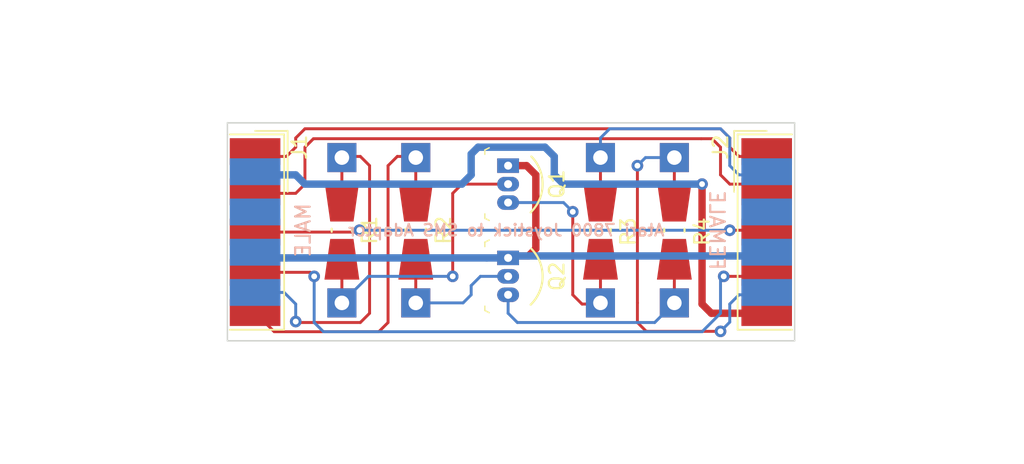
<source format=kicad_pcb>
(kicad_pcb (version 20171130) (host pcbnew "(5.1.9)-1")

  (general
    (thickness 1.6)
    (drawings 7)
    (tracks 130)
    (zones 0)
    (modules 8)
    (nets 17)
  )

  (page A4)
  (layers
    (0 F.Cu signal)
    (31 B.Cu signal)
    (32 B.Adhes user)
    (33 F.Adhes user)
    (34 B.Paste user)
    (35 F.Paste user)
    (36 B.SilkS user)
    (37 F.SilkS user)
    (38 B.Mask user)
    (39 F.Mask user)
    (40 Dwgs.User user)
    (41 Cmts.User user)
    (42 Eco1.User user)
    (43 Eco2.User user)
    (44 Edge.Cuts user)
    (45 Margin user)
    (46 B.CrtYd user)
    (47 F.CrtYd user)
    (48 B.Fab user)
    (49 F.Fab user)
  )

  (setup
    (last_trace_width 0.2)
    (user_trace_width 0.2)
    (user_trace_width 0.508)
    (trace_clearance 0.2)
    (zone_clearance 0.508)
    (zone_45_only no)
    (trace_min 0.2)
    (via_size 0.8)
    (via_drill 0.4)
    (via_min_size 0.4)
    (via_min_drill 0.3)
    (uvia_size 0.3)
    (uvia_drill 0.1)
    (uvias_allowed no)
    (uvia_min_size 0.2)
    (uvia_min_drill 0.1)
    (edge_width 0.05)
    (segment_width 0.2)
    (pcb_text_width 0.3)
    (pcb_text_size 1.5 1.5)
    (mod_edge_width 0.12)
    (mod_text_size 1 1)
    (mod_text_width 0.15)
    (pad_size 1.524 1.524)
    (pad_drill 0.762)
    (pad_to_mask_clearance 0)
    (aux_axis_origin 0 0)
    (visible_elements 7FFFFFFF)
    (pcbplotparams
      (layerselection 0x010fc_ffffffff)
      (usegerberextensions false)
      (usegerberattributes true)
      (usegerberadvancedattributes true)
      (creategerberjobfile true)
      (excludeedgelayer true)
      (linewidth 0.100000)
      (plotframeref false)
      (viasonmask false)
      (mode 1)
      (useauxorigin false)
      (hpglpennumber 1)
      (hpglpenspeed 20)
      (hpglpendiameter 15.000000)
      (psnegative false)
      (psa4output false)
      (plotreference true)
      (plotvalue true)
      (plotinvisibletext false)
      (padsonsilk false)
      (subtractmaskfromsilk false)
      (outputformat 1)
      (mirror false)
      (drillshape 1)
      (scaleselection 1)
      (outputdirectory ""))
  )

  (net 0 "")
  (net 1 /L_FIRE)
  (net 2 GND)
  (net 3 "Net-(J1-Pad7)")
  (net 4 /Vcc)
  (net 5 /R_FIRE)
  (net 6 /RIGHT)
  (net 7 /LEFT)
  (net 8 /DOWN)
  (net 9 /UP)
  (net 10 /FIRE2)
  (net 11 "Net-(J2-Pad7)")
  (net 12 /FIRE1)
  (net 13 "Net-(Q1-Pad2)")
  (net 14 "Net-(Q2-Pad2)")
  (net 15 "Net-(Q1-Pad3)")
  (net 16 "Net-(Q2-Pad3)")

  (net_class Default "This is the default net class."
    (clearance 0.2)
    (trace_width 0.25)
    (via_dia 0.8)
    (via_drill 0.4)
    (uvia_dia 0.3)
    (uvia_drill 0.1)
  )

  (net_class Power ""
    (clearance 0.2)
    (trace_width 0.508)
    (via_dia 0.8)
    (via_drill 0.4)
    (uvia_dia 0.3)
    (uvia_drill 0.1)
    (add_net /Vcc)
    (add_net GND)
  )

  (net_class Signal ""
    (clearance 0.2)
    (trace_width 0.2)
    (via_dia 0.8)
    (via_drill 0.4)
    (uvia_dia 0.3)
    (uvia_drill 0.1)
    (add_net /DOWN)
    (add_net /FIRE1)
    (add_net /FIRE2)
    (add_net /LEFT)
    (add_net /L_FIRE)
    (add_net /RIGHT)
    (add_net /R_FIRE)
    (add_net /UP)
    (add_net "Net-(J1-Pad7)")
    (add_net "Net-(J2-Pad7)")
    (add_net "Net-(Q1-Pad2)")
    (add_net "Net-(Q1-Pad3)")
    (add_net "Net-(Q2-Pad2)")
    (add_net "Net-(Q2-Pad3)")
  )

  (module digikey-footprints:TO-92-3 (layer F.Cu) (tedit 5AF9CDD1) (tstamp 606BAEFB)
    (at 114.3 74.295 270)
    (descr http://www.ti.com/lit/ds/symlink/tl431a.pdf)
    (path /606C3D5B)
    (fp_text reference Q2 (at 1.27 -3.35 90) (layer F.SilkS)
      (effects (font (size 1 1) (thickness 0.15)))
    )
    (fp_text value 2N4401 (at 1.27 2.5 90) (layer F.Fab)
      (effects (font (size 1 1) (thickness 0.15)))
    )
    (fp_text user %R (at 1.27 -1.25 270) (layer F.Fab)
      (effects (font (size 0.75 0.75) (thickness 0.15)))
    )
    (fp_arc (start 1.27 0.3) (end -1.33 0.3) (angle 90) (layer F.Fab) (width 0.15))
    (fp_arc (start 1.27 0.3) (end -1.03 1.5) (angle 235) (layer F.Fab) (width 0.15))
    (fp_arc (start 1.27 0.35) (end -0.63 -1.6) (angle 90) (layer F.SilkS) (width 0.15))
    (fp_line (start 3.57 1.5) (end -1.03 1.5) (layer F.Fab) (width 0.15))
    (fp_line (start -1.63 -2.5) (end 4.17 -2.5) (layer F.CrtYd) (width 0.05))
    (fp_line (start -1.63 1.75) (end 4.17 1.75) (layer F.CrtYd) (width 0.05))
    (fp_line (start -1.63 1.75) (end -1.63 -2.5) (layer F.CrtYd) (width 0.05))
    (fp_line (start 4.17 1.75) (end 4.17 -2.5) (layer F.CrtYd) (width 0.05))
    (fp_line (start 3.62 1.6) (end 3.77 1.3) (layer F.SilkS) (width 0.1))
    (fp_line (start 3.62 1.6) (end 3.32 1.6) (layer F.SilkS) (width 0.1))
    (fp_line (start -0.78 1.6) (end -1.08 1.6) (layer F.SilkS) (width 0.1))
    (fp_line (start -1.08 1.6) (end -1.23 1.3) (layer F.SilkS) (width 0.1))
    (pad 1 thru_hole rect (at 0 0 90) (size 1 1.5) (drill 0.55) (layers *.Cu *.Mask)
      (net 2 GND))
    (pad 3 thru_hole oval (at 2.54 0 90) (size 1 1.5) (drill 0.55) (layers *.Cu *.Mask)
      (net 16 "Net-(Q2-Pad3)"))
    (pad 2 thru_hole oval (at 1.27 0 90) (size 1 1.5) (drill 0.55) (layers *.Cu *.Mask)
      (net 14 "Net-(Q2-Pad2)"))
  )

  (module digikey-footprints:TO-92-3 (layer F.Cu) (tedit 5AF9CDD1) (tstamp 606BAEE7)
    (at 114.3 67.945 270)
    (descr http://www.ti.com/lit/ds/symlink/tl431a.pdf)
    (path /606C38C9)
    (fp_text reference Q1 (at 1.27 -3.35 90) (layer F.SilkS)
      (effects (font (size 1 1) (thickness 0.15)))
    )
    (fp_text value 2N4401 (at 1.27 2.5 90) (layer F.Fab)
      (effects (font (size 1 1) (thickness 0.15)))
    )
    (fp_text user %R (at 1.27 -1.25 270) (layer F.Fab)
      (effects (font (size 0.75 0.75) (thickness 0.15)))
    )
    (fp_arc (start 1.27 0.3) (end -1.33 0.3) (angle 90) (layer F.Fab) (width 0.15))
    (fp_arc (start 1.27 0.3) (end -1.03 1.5) (angle 235) (layer F.Fab) (width 0.15))
    (fp_arc (start 1.27 0.35) (end -0.63 -1.6) (angle 90) (layer F.SilkS) (width 0.15))
    (fp_line (start 3.57 1.5) (end -1.03 1.5) (layer F.Fab) (width 0.15))
    (fp_line (start -1.63 -2.5) (end 4.17 -2.5) (layer F.CrtYd) (width 0.05))
    (fp_line (start -1.63 1.75) (end 4.17 1.75) (layer F.CrtYd) (width 0.05))
    (fp_line (start -1.63 1.75) (end -1.63 -2.5) (layer F.CrtYd) (width 0.05))
    (fp_line (start 4.17 1.75) (end 4.17 -2.5) (layer F.CrtYd) (width 0.05))
    (fp_line (start 3.62 1.6) (end 3.77 1.3) (layer F.SilkS) (width 0.1))
    (fp_line (start 3.62 1.6) (end 3.32 1.6) (layer F.SilkS) (width 0.1))
    (fp_line (start -0.78 1.6) (end -1.08 1.6) (layer F.SilkS) (width 0.1))
    (fp_line (start -1.08 1.6) (end -1.23 1.3) (layer F.SilkS) (width 0.1))
    (pad 1 thru_hole rect (at 0 0 90) (size 1 1.5) (drill 0.55) (layers *.Cu *.Mask)
      (net 2 GND))
    (pad 3 thru_hole oval (at 2.54 0 90) (size 1 1.5) (drill 0.55) (layers *.Cu *.Mask)
      (net 15 "Net-(Q1-Pad3)"))
    (pad 2 thru_hole oval (at 1.27 0 90) (size 1 1.5) (drill 0.55) (layers *.Cu *.Mask)
      (net 13 "Net-(Q1-Pad2)"))
  )

  (module Resistors_Universal:Resistor_SMD+THTuniversal_0805to1206_RM10_HandSoldering_RevA_Date25Jun2010 (layer F.Cu) (tedit 0) (tstamp 606BA417)
    (at 125.73 72.39 270)
    (descr "Resistor, SMD and THT, universal, 0805 to 1206,RM10,  Hand soldering, Rev A, Date 25 Jun 2010,")
    (tags "Resistor, SMD and THT, universal, 0805 to 1206, RM10, Hand soldering, Rev A, Date 25 Jun 2010,")
    (path /606B8C10)
    (fp_text reference R4 (at 0.09906 -1.905 90) (layer F.SilkS)
      (effects (font (size 1 1) (thickness 0.15)))
    )
    (fp_text value 270 (at -0.39878 4.20116 90) (layer F.Fab)
      (effects (font (size 1 1) (thickness 0.15)))
    )
    (fp_line (start 0 0.70104) (end 0.09906 0.70104) (layer F.SilkS) (width 0.15))
    (fp_line (start 0.09906 0.70104) (end 0 0.70104) (layer F.SilkS) (width 0.15))
    (fp_line (start 0 0.70104) (end -0.09906 0.70104) (layer F.SilkS) (width 0.15))
    (fp_line (start 0 -0.70104) (end -0.09906 -0.70104) (layer F.SilkS) (width 0.15))
    (fp_line (start 0 -0.70104) (end 0.09906 -0.70104) (layer F.SilkS) (width 0.15))
    (pad 1 smd trapezoid (at -1.99898 0 270) (size 2.79908 1.99898) (rect_delta 0.39878 0 ) (layers F.Cu F.Paste F.Mask)
      (net 10 /FIRE2))
    (pad 2 smd trapezoid (at 1.99898 0 90) (size 2.79908 1.99898) (rect_delta 0.39878 0 ) (layers F.Cu F.Paste F.Mask)
      (net 16 "Net-(Q2-Pad3)"))
    (pad 1 thru_hole rect (at -5.00126 0 90) (size 1.99898 1.99898) (drill 1.00076) (layers *.Cu *.Mask)
      (net 10 /FIRE2))
    (pad 2 thru_hole rect (at 5.00126 0 90) (size 1.99898 1.99898) (drill 1.00076) (layers *.Cu *.Mask)
      (net 16 "Net-(Q2-Pad3)"))
  )

  (module Resistors_Universal:Resistor_SMD+THTuniversal_0805to1206_RM10_HandSoldering_RevA_Date25Jun2010 (layer F.Cu) (tedit 0) (tstamp 606BA414)
    (at 120.65 72.39 270)
    (descr "Resistor, SMD and THT, universal, 0805 to 1206,RM10,  Hand soldering, Rev A, Date 25 Jun 2010,")
    (tags "Resistor, SMD and THT, universal, 0805 to 1206, RM10, Hand soldering, Rev A, Date 25 Jun 2010,")
    (path /606B87DB)
    (fp_text reference R3 (at 0.09906 -1.905 90) (layer F.SilkS)
      (effects (font (size 1 1) (thickness 0.15)))
    )
    (fp_text value 270 (at -0.39878 4.20116 90) (layer F.Fab)
      (effects (font (size 1 1) (thickness 0.15)))
    )
    (fp_line (start 0 0.70104) (end 0.09906 0.70104) (layer F.SilkS) (width 0.15))
    (fp_line (start 0.09906 0.70104) (end 0 0.70104) (layer F.SilkS) (width 0.15))
    (fp_line (start 0 0.70104) (end -0.09906 0.70104) (layer F.SilkS) (width 0.15))
    (fp_line (start 0 -0.70104) (end -0.09906 -0.70104) (layer F.SilkS) (width 0.15))
    (fp_line (start 0 -0.70104) (end 0.09906 -0.70104) (layer F.SilkS) (width 0.15))
    (pad 1 smd trapezoid (at -1.99898 0 270) (size 2.79908 1.99898) (rect_delta 0.39878 0 ) (layers F.Cu F.Paste F.Mask)
      (net 12 /FIRE1))
    (pad 2 smd trapezoid (at 1.99898 0 90) (size 2.79908 1.99898) (rect_delta 0.39878 0 ) (layers F.Cu F.Paste F.Mask)
      (net 15 "Net-(Q1-Pad3)"))
    (pad 1 thru_hole rect (at -5.00126 0 90) (size 1.99898 1.99898) (drill 1.00076) (layers *.Cu *.Mask)
      (net 12 /FIRE1))
    (pad 2 thru_hole rect (at 5.00126 0 90) (size 1.99898 1.99898) (drill 1.00076) (layers *.Cu *.Mask)
      (net 15 "Net-(Q1-Pad3)"))
  )

  (module Resistors_Universal:Resistor_SMD+THTuniversal_0805to1206_RM10_HandSoldering_RevA_Date25Jun2010 (layer F.Cu) (tedit 0) (tstamp 606BA411)
    (at 107.95 72.39 90)
    (descr "Resistor, SMD and THT, universal, 0805 to 1206,RM10,  Hand soldering, Rev A, Date 25 Jun 2010,")
    (tags "Resistor, SMD and THT, universal, 0805 to 1206, RM10, Hand soldering, Rev A, Date 25 Jun 2010,")
    (path /606B70FC)
    (fp_text reference R2 (at 0 1.905 90) (layer F.SilkS)
      (effects (font (size 1 1) (thickness 0.15)))
    )
    (fp_text value 1.8K (at -0.39878 4.20116 90) (layer F.Fab)
      (effects (font (size 1 1) (thickness 0.15)))
    )
    (fp_line (start 0 0.70104) (end 0.09906 0.70104) (layer F.SilkS) (width 0.15))
    (fp_line (start 0.09906 0.70104) (end 0 0.70104) (layer F.SilkS) (width 0.15))
    (fp_line (start 0 0.70104) (end -0.09906 0.70104) (layer F.SilkS) (width 0.15))
    (fp_line (start 0 -0.70104) (end -0.09906 -0.70104) (layer F.SilkS) (width 0.15))
    (fp_line (start 0 -0.70104) (end 0.09906 -0.70104) (layer F.SilkS) (width 0.15))
    (pad 1 smd trapezoid (at -1.99898 0 90) (size 2.79908 1.99898) (rect_delta 0.39878 0 ) (layers F.Cu F.Paste F.Mask)
      (net 14 "Net-(Q2-Pad2)"))
    (pad 2 smd trapezoid (at 1.99898 0 270) (size 2.79908 1.99898) (rect_delta 0.39878 0 ) (layers F.Cu F.Paste F.Mask)
      (net 5 /R_FIRE))
    (pad 1 thru_hole rect (at -5.00126 0 270) (size 1.99898 1.99898) (drill 1.00076) (layers *.Cu *.Mask)
      (net 14 "Net-(Q2-Pad2)"))
    (pad 2 thru_hole rect (at 5.00126 0 270) (size 1.99898 1.99898) (drill 1.00076) (layers *.Cu *.Mask)
      (net 5 /R_FIRE))
  )

  (module Resistors_Universal:Resistor_SMD+THTuniversal_0805to1206_RM10_HandSoldering_RevA_Date25Jun2010 (layer F.Cu) (tedit 0) (tstamp 606BA40E)
    (at 102.87 72.39 90)
    (descr "Resistor, SMD and THT, universal, 0805 to 1206,RM10,  Hand soldering, Rev A, Date 25 Jun 2010,")
    (tags "Resistor, SMD and THT, universal, 0805 to 1206, RM10, Hand soldering, Rev A, Date 25 Jun 2010,")
    (path /606B73D5)
    (fp_text reference R1 (at 0 1.905 90) (layer F.SilkS)
      (effects (font (size 1 1) (thickness 0.15)))
    )
    (fp_text value 1.8K (at -0.39878 4.20116 90) (layer F.Fab)
      (effects (font (size 1 1) (thickness 0.15)))
    )
    (fp_line (start 0 0.70104) (end 0.09906 0.70104) (layer F.SilkS) (width 0.15))
    (fp_line (start 0.09906 0.70104) (end 0 0.70104) (layer F.SilkS) (width 0.15))
    (fp_line (start 0 0.70104) (end -0.09906 0.70104) (layer F.SilkS) (width 0.15))
    (fp_line (start 0 -0.70104) (end -0.09906 -0.70104) (layer F.SilkS) (width 0.15))
    (fp_line (start 0 -0.70104) (end 0.09906 -0.70104) (layer F.SilkS) (width 0.15))
    (pad 1 smd trapezoid (at -1.99898 0 90) (size 2.79908 1.99898) (rect_delta 0.39878 0 ) (layers F.Cu F.Paste F.Mask)
      (net 13 "Net-(Q1-Pad2)"))
    (pad 2 smd trapezoid (at 1.99898 0 270) (size 2.79908 1.99898) (rect_delta 0.39878 0 ) (layers F.Cu F.Paste F.Mask)
      (net 1 /L_FIRE))
    (pad 1 thru_hole rect (at -5.00126 0 270) (size 1.99898 1.99898) (drill 1.00076) (layers *.Cu *.Mask)
      (net 13 "Net-(Q1-Pad2)"))
    (pad 2 thru_hole rect (at 5.00126 0 270) (size 1.99898 1.99898) (drill 1.00076) (layers *.Cu *.Mask)
      (net 1 /L_FIRE))
  )

  (module Connector_Dsub:DSUB-9_Female_EdgeMount_P2.77mm (layer F.Cu) (tedit 59FEDEE2) (tstamp 606BA3E3)
    (at 132.08 72.517 90)
    (descr "9-pin D-Sub connector, solder-cups edge-mounted, female, x-pin-pitch 2.77mm, distance of mounting holes 25mm, see https://disti-assets.s3.amazonaws.com/tonar/files/datasheets/16730.pdf")
    (tags "9-pin D-Sub connector edge mount solder cup female x-pin-pitch 2.77mm mounting holes distance 25mm")
    (path /6066016A)
    (attr smd)
    (fp_text reference J2 (at 5.842 -3.175 90) (layer F.SilkS)
      (effects (font (size 1 1) (thickness 0.15)))
    )
    (fp_text value DB9_Female (at 0 16.86 90) (layer F.Fab)
      (effects (font (size 1 1) (thickness 0.15)))
    )
    (fp_line (start -15.425 1.99) (end 15.425 1.99) (layer Dwgs.User) (width 0.05))
    (fp_line (start 6.963333 -2.24) (end 2.77 -2.24) (layer F.SilkS) (width 0.12))
    (fp_line (start 6.963333 0) (end 6.963333 -2.24) (layer F.SilkS) (width 0.12))
    (fp_line (start -6.723333 -2) (end -6.723333 1.74) (layer F.SilkS) (width 0.12))
    (fp_line (start 6.723333 -2) (end -6.723333 -2) (layer F.SilkS) (width 0.12))
    (fp_line (start 6.723333 1.74) (end 6.723333 -2) (layer F.SilkS) (width 0.12))
    (fp_line (start -7 1.5) (end -7 -2.25) (layer F.CrtYd) (width 0.05))
    (fp_line (start -8.05 1.5) (end -7 1.5) (layer F.CrtYd) (width 0.05))
    (fp_line (start -8.05 4.3) (end -8.05 1.5) (layer F.CrtYd) (width 0.05))
    (fp_line (start -9.05 4.3) (end -8.05 4.3) (layer F.CrtYd) (width 0.05))
    (fp_line (start -9.05 8.8) (end -9.05 4.3) (layer F.CrtYd) (width 0.05))
    (fp_line (start -15.95 8.8) (end -9.05 8.8) (layer F.CrtYd) (width 0.05))
    (fp_line (start -15.95 10.2) (end -15.95 8.8) (layer F.CrtYd) (width 0.05))
    (fp_line (start -8.65 10.2) (end -15.95 10.2) (layer F.CrtYd) (width 0.05))
    (fp_line (start -8.65 16.4) (end -8.65 10.2) (layer F.CrtYd) (width 0.05))
    (fp_line (start 8.65 16.4) (end -8.65 16.4) (layer F.CrtYd) (width 0.05))
    (fp_line (start 8.65 10.2) (end 8.65 16.4) (layer F.CrtYd) (width 0.05))
    (fp_line (start 15.95 10.2) (end 8.65 10.2) (layer F.CrtYd) (width 0.05))
    (fp_line (start 15.95 8.8) (end 15.95 10.2) (layer F.CrtYd) (width 0.05))
    (fp_line (start 9.05 8.8) (end 15.95 8.8) (layer F.CrtYd) (width 0.05))
    (fp_line (start 9.05 4.3) (end 9.05 8.8) (layer F.CrtYd) (width 0.05))
    (fp_line (start 8.05 4.3) (end 9.05 4.3) (layer F.CrtYd) (width 0.05))
    (fp_line (start 8.05 1.5) (end 8.05 4.3) (layer F.CrtYd) (width 0.05))
    (fp_line (start 7 1.5) (end 8.05 1.5) (layer F.CrtYd) (width 0.05))
    (fp_line (start 7 -2.25) (end 7 1.5) (layer F.CrtYd) (width 0.05))
    (fp_line (start -7 -2.25) (end 7 -2.25) (layer F.CrtYd) (width 0.05))
    (fp_line (start 8.15 9.69) (end -8.15 9.69) (layer F.Fab) (width 0.1))
    (fp_line (start 8.15 15.86) (end 8.15 9.69) (layer F.Fab) (width 0.1))
    (fp_line (start -8.15 15.86) (end 8.15 15.86) (layer F.Fab) (width 0.1))
    (fp_line (start -8.15 9.69) (end -8.15 15.86) (layer F.Fab) (width 0.1))
    (fp_line (start 15.425 9.29) (end -15.425 9.29) (layer F.Fab) (width 0.1))
    (fp_line (start 15.425 9.69) (end 15.425 9.29) (layer F.Fab) (width 0.1))
    (fp_line (start -15.425 9.69) (end 15.425 9.69) (layer F.Fab) (width 0.1))
    (fp_line (start -15.425 9.29) (end -15.425 9.69) (layer F.Fab) (width 0.1))
    (fp_line (start 8.55 4.79) (end -8.55 4.79) (layer F.Fab) (width 0.1))
    (fp_line (start 8.55 9.29) (end 8.55 4.79) (layer F.Fab) (width 0.1))
    (fp_line (start -8.55 9.29) (end 8.55 9.29) (layer F.Fab) (width 0.1))
    (fp_line (start -8.55 4.79) (end -8.55 9.29) (layer F.Fab) (width 0.1))
    (fp_line (start 7.55 1.99) (end -7.55 1.99) (layer F.Fab) (width 0.1))
    (fp_line (start 7.55 4.79) (end 7.55 1.99) (layer F.Fab) (width 0.1))
    (fp_line (start -7.55 4.79) (end 7.55 4.79) (layer F.Fab) (width 0.1))
    (fp_line (start -7.55 1.99) (end -7.55 4.79) (layer F.Fab) (width 0.1))
    (fp_line (start -3.555 -0.91) (end -4.755 -0.91) (layer B.Fab) (width 0.1))
    (fp_line (start -3.555 1.99) (end -3.555 -0.91) (layer B.Fab) (width 0.1))
    (fp_line (start -4.755 1.99) (end -3.555 1.99) (layer B.Fab) (width 0.1))
    (fp_line (start -4.755 -0.91) (end -4.755 1.99) (layer B.Fab) (width 0.1))
    (fp_line (start -0.785 -0.91) (end -1.985 -0.91) (layer B.Fab) (width 0.1))
    (fp_line (start -0.785 1.99) (end -0.785 -0.91) (layer B.Fab) (width 0.1))
    (fp_line (start -1.985 1.99) (end -0.785 1.99) (layer B.Fab) (width 0.1))
    (fp_line (start -1.985 -0.91) (end -1.985 1.99) (layer B.Fab) (width 0.1))
    (fp_line (start 1.985 -0.91) (end 0.785 -0.91) (layer B.Fab) (width 0.1))
    (fp_line (start 1.985 1.99) (end 1.985 -0.91) (layer B.Fab) (width 0.1))
    (fp_line (start 0.785 1.99) (end 1.985 1.99) (layer B.Fab) (width 0.1))
    (fp_line (start 0.785 -0.91) (end 0.785 1.99) (layer B.Fab) (width 0.1))
    (fp_line (start 4.755 -0.91) (end 3.555 -0.91) (layer B.Fab) (width 0.1))
    (fp_line (start 4.755 1.99) (end 4.755 -0.91) (layer B.Fab) (width 0.1))
    (fp_line (start 3.555 1.99) (end 4.755 1.99) (layer B.Fab) (width 0.1))
    (fp_line (start 3.555 -0.91) (end 3.555 1.99) (layer B.Fab) (width 0.1))
    (fp_line (start -4.94 -0.91) (end -6.14 -0.91) (layer F.Fab) (width 0.1))
    (fp_line (start -4.94 1.99) (end -4.94 -0.91) (layer F.Fab) (width 0.1))
    (fp_line (start -6.14 1.99) (end -4.94 1.99) (layer F.Fab) (width 0.1))
    (fp_line (start -6.14 -0.91) (end -6.14 1.99) (layer F.Fab) (width 0.1))
    (fp_line (start -2.17 -0.91) (end -3.37 -0.91) (layer F.Fab) (width 0.1))
    (fp_line (start -2.17 1.99) (end -2.17 -0.91) (layer F.Fab) (width 0.1))
    (fp_line (start -3.37 1.99) (end -2.17 1.99) (layer F.Fab) (width 0.1))
    (fp_line (start -3.37 -0.91) (end -3.37 1.99) (layer F.Fab) (width 0.1))
    (fp_line (start 0.6 -0.91) (end -0.6 -0.91) (layer F.Fab) (width 0.1))
    (fp_line (start 0.6 1.99) (end 0.6 -0.91) (layer F.Fab) (width 0.1))
    (fp_line (start -0.6 1.99) (end 0.6 1.99) (layer F.Fab) (width 0.1))
    (fp_line (start -0.6 -0.91) (end -0.6 1.99) (layer F.Fab) (width 0.1))
    (fp_line (start 3.37 -0.91) (end 2.17 -0.91) (layer F.Fab) (width 0.1))
    (fp_line (start 3.37 1.99) (end 3.37 -0.91) (layer F.Fab) (width 0.1))
    (fp_line (start 2.17 1.99) (end 3.37 1.99) (layer F.Fab) (width 0.1))
    (fp_line (start 2.17 -0.91) (end 2.17 1.99) (layer F.Fab) (width 0.1))
    (fp_line (start 6.14 -0.91) (end 4.94 -0.91) (layer F.Fab) (width 0.1))
    (fp_line (start 6.14 1.99) (end 6.14 -0.91) (layer F.Fab) (width 0.1))
    (fp_line (start 4.94 1.99) (end 6.14 1.99) (layer F.Fab) (width 0.1))
    (fp_line (start 4.94 -0.91) (end 4.94 1.99) (layer F.Fab) (width 0.1))
    (fp_text user "PCB edge" (at -10.425 1.323333 90) (layer Dwgs.User)
      (effects (font (size 0.5 0.5) (thickness 0.075)))
    )
    (fp_text user %R (at 0 3.39 90) (layer F.Fab)
      (effects (font (size 1 1) (thickness 0.15)))
    )
    (pad 9 smd rect (at -4.155 0 90) (size 1.846667 3.48) (layers B.Cu B.Paste B.Mask)
      (net 10 /FIRE2))
    (pad 8 smd rect (at -1.385 0 90) (size 1.846667 3.48) (layers B.Cu B.Paste B.Mask)
      (net 2 GND))
    (pad 7 smd rect (at 1.385 0 90) (size 1.846667 3.48) (layers B.Cu B.Paste B.Mask)
      (net 11 "Net-(J2-Pad7)"))
    (pad 6 smd rect (at 4.155 0 90) (size 1.846667 3.48) (layers B.Cu B.Paste B.Mask)
      (net 12 /FIRE1))
    (pad 5 smd rect (at -5.54 0 90) (size 1.846667 3.48) (layers F.Cu F.Paste F.Mask)
      (net 4 /Vcc))
    (pad 4 smd rect (at -2.77 0 90) (size 1.846667 3.48) (layers F.Cu F.Paste F.Mask)
      (net 6 /RIGHT))
    (pad 3 smd rect (at 0 0 90) (size 1.846667 3.48) (layers F.Cu F.Paste F.Mask)
      (net 7 /LEFT))
    (pad 2 smd rect (at 2.77 0 90) (size 1.846667 3.48) (layers F.Cu F.Paste F.Mask)
      (net 8 /DOWN))
    (pad 1 smd rect (at 5.54 0 90) (size 1.846667 3.48) (layers F.Cu F.Paste F.Mask)
      (net 9 /UP))
    (model ${KISYS3DMOD}/Connector_Dsub.3dshapes/DSUB-9_Female_EdgeMount_P2.77mm.wrl
      (at (xyz 0 0 0))
      (scale (xyz 1 1 1))
      (rotate (xyz 0 0 0))
    )
  )

  (module Connector_Dsub:DSUB-9_Male_EdgeMount_P2.77mm (layer F.Cu) (tedit 59FEDEE2) (tstamp 606BA386)
    (at 96.901 72.517 270)
    (descr "9-pin D-Sub connector, solder-cups edge-mounted, male, x-pin-pitch 2.77mm, distance of mounting holes 25mm, see https://disti-assets.s3.amazonaws.com/tonar/files/datasheets/16730.pdf")
    (tags "9-pin D-Sub connector edge mount solder cup male x-pin-pitch 2.77mm mounting holes distance 25mm")
    (path /60660490)
    (attr smd)
    (fp_text reference J1 (at -5.842 -3.048 90) (layer F.SilkS)
      (effects (font (size 1 1) (thickness 0.15)))
    )
    (fp_text value DB9_Male (at 0 16.69 90) (layer F.Fab)
      (effects (font (size 1 1) (thickness 0.15)))
    )
    (fp_line (start -15.425 1.99) (end 15.425 1.99) (layer Dwgs.User) (width 0.05))
    (fp_line (start -6.963333 -2.24) (end -2.77 -2.24) (layer F.SilkS) (width 0.12))
    (fp_line (start -6.963333 0) (end -6.963333 -2.24) (layer F.SilkS) (width 0.12))
    (fp_line (start -6.723333 -2) (end -6.723333 1.74) (layer F.SilkS) (width 0.12))
    (fp_line (start 6.723333 -2) (end -6.723333 -2) (layer F.SilkS) (width 0.12))
    (fp_line (start 6.723333 1.74) (end 6.723333 -2) (layer F.SilkS) (width 0.12))
    (fp_line (start -7 1.5) (end -7 -2.25) (layer F.CrtYd) (width 0.05))
    (fp_line (start -8.05 1.5) (end -7 1.5) (layer F.CrtYd) (width 0.05))
    (fp_line (start -8.05 4.3) (end -8.05 1.5) (layer F.CrtYd) (width 0.05))
    (fp_line (start -9.05 4.3) (end -8.05 4.3) (layer F.CrtYd) (width 0.05))
    (fp_line (start -9.05 8.8) (end -9.05 4.3) (layer F.CrtYd) (width 0.05))
    (fp_line (start -15.95 8.8) (end -9.05 8.8) (layer F.CrtYd) (width 0.05))
    (fp_line (start -15.95 10.2) (end -15.95 8.8) (layer F.CrtYd) (width 0.05))
    (fp_line (start -8.65 10.2) (end -15.95 10.2) (layer F.CrtYd) (width 0.05))
    (fp_line (start -8.65 16.2) (end -8.65 10.2) (layer F.CrtYd) (width 0.05))
    (fp_line (start 8.65 16.2) (end -8.65 16.2) (layer F.CrtYd) (width 0.05))
    (fp_line (start 8.65 10.2) (end 8.65 16.2) (layer F.CrtYd) (width 0.05))
    (fp_line (start 15.95 10.2) (end 8.65 10.2) (layer F.CrtYd) (width 0.05))
    (fp_line (start 15.95 8.8) (end 15.95 10.2) (layer F.CrtYd) (width 0.05))
    (fp_line (start 9.05 8.8) (end 15.95 8.8) (layer F.CrtYd) (width 0.05))
    (fp_line (start 9.05 4.3) (end 9.05 8.8) (layer F.CrtYd) (width 0.05))
    (fp_line (start 8.05 4.3) (end 9.05 4.3) (layer F.CrtYd) (width 0.05))
    (fp_line (start 8.05 1.5) (end 8.05 4.3) (layer F.CrtYd) (width 0.05))
    (fp_line (start 7 1.5) (end 8.05 1.5) (layer F.CrtYd) (width 0.05))
    (fp_line (start 7 -2.25) (end 7 1.5) (layer F.CrtYd) (width 0.05))
    (fp_line (start -7 -2.25) (end 7 -2.25) (layer F.CrtYd) (width 0.05))
    (fp_line (start 8.15 9.69) (end -8.15 9.69) (layer F.Fab) (width 0.1))
    (fp_line (start 8.15 15.69) (end 8.15 9.69) (layer F.Fab) (width 0.1))
    (fp_line (start -8.15 15.69) (end 8.15 15.69) (layer F.Fab) (width 0.1))
    (fp_line (start -8.15 9.69) (end -8.15 15.69) (layer F.Fab) (width 0.1))
    (fp_line (start 15.425 9.29) (end -15.425 9.29) (layer F.Fab) (width 0.1))
    (fp_line (start 15.425 9.69) (end 15.425 9.29) (layer F.Fab) (width 0.1))
    (fp_line (start -15.425 9.69) (end 15.425 9.69) (layer F.Fab) (width 0.1))
    (fp_line (start -15.425 9.29) (end -15.425 9.69) (layer F.Fab) (width 0.1))
    (fp_line (start 8.55 4.79) (end -8.55 4.79) (layer F.Fab) (width 0.1))
    (fp_line (start 8.55 9.29) (end 8.55 4.79) (layer F.Fab) (width 0.1))
    (fp_line (start -8.55 9.29) (end 8.55 9.29) (layer F.Fab) (width 0.1))
    (fp_line (start -8.55 4.79) (end -8.55 9.29) (layer F.Fab) (width 0.1))
    (fp_line (start 7.55 1.99) (end -7.55 1.99) (layer F.Fab) (width 0.1))
    (fp_line (start 7.55 4.79) (end 7.55 1.99) (layer F.Fab) (width 0.1))
    (fp_line (start -7.55 4.79) (end 7.55 4.79) (layer F.Fab) (width 0.1))
    (fp_line (start -7.55 1.99) (end -7.55 4.79) (layer F.Fab) (width 0.1))
    (fp_line (start 4.755 -0.91) (end 3.555 -0.91) (layer B.Fab) (width 0.1))
    (fp_line (start 4.755 1.99) (end 4.755 -0.91) (layer B.Fab) (width 0.1))
    (fp_line (start 3.555 1.99) (end 4.755 1.99) (layer B.Fab) (width 0.1))
    (fp_line (start 3.555 -0.91) (end 3.555 1.99) (layer B.Fab) (width 0.1))
    (fp_line (start 1.985 -0.91) (end 0.785 -0.91) (layer B.Fab) (width 0.1))
    (fp_line (start 1.985 1.99) (end 1.985 -0.91) (layer B.Fab) (width 0.1))
    (fp_line (start 0.785 1.99) (end 1.985 1.99) (layer B.Fab) (width 0.1))
    (fp_line (start 0.785 -0.91) (end 0.785 1.99) (layer B.Fab) (width 0.1))
    (fp_line (start -0.785 -0.91) (end -1.985 -0.91) (layer B.Fab) (width 0.1))
    (fp_line (start -0.785 1.99) (end -0.785 -0.91) (layer B.Fab) (width 0.1))
    (fp_line (start -1.985 1.99) (end -0.785 1.99) (layer B.Fab) (width 0.1))
    (fp_line (start -1.985 -0.91) (end -1.985 1.99) (layer B.Fab) (width 0.1))
    (fp_line (start -3.555 -0.91) (end -4.755 -0.91) (layer B.Fab) (width 0.1))
    (fp_line (start -3.555 1.99) (end -3.555 -0.91) (layer B.Fab) (width 0.1))
    (fp_line (start -4.755 1.99) (end -3.555 1.99) (layer B.Fab) (width 0.1))
    (fp_line (start -4.755 -0.91) (end -4.755 1.99) (layer B.Fab) (width 0.1))
    (fp_line (start 6.14 -0.91) (end 4.94 -0.91) (layer F.Fab) (width 0.1))
    (fp_line (start 6.14 1.99) (end 6.14 -0.91) (layer F.Fab) (width 0.1))
    (fp_line (start 4.94 1.99) (end 6.14 1.99) (layer F.Fab) (width 0.1))
    (fp_line (start 4.94 -0.91) (end 4.94 1.99) (layer F.Fab) (width 0.1))
    (fp_line (start 3.37 -0.91) (end 2.17 -0.91) (layer F.Fab) (width 0.1))
    (fp_line (start 3.37 1.99) (end 3.37 -0.91) (layer F.Fab) (width 0.1))
    (fp_line (start 2.17 1.99) (end 3.37 1.99) (layer F.Fab) (width 0.1))
    (fp_line (start 2.17 -0.91) (end 2.17 1.99) (layer F.Fab) (width 0.1))
    (fp_line (start 0.6 -0.91) (end -0.6 -0.91) (layer F.Fab) (width 0.1))
    (fp_line (start 0.6 1.99) (end 0.6 -0.91) (layer F.Fab) (width 0.1))
    (fp_line (start -0.6 1.99) (end 0.6 1.99) (layer F.Fab) (width 0.1))
    (fp_line (start -0.6 -0.91) (end -0.6 1.99) (layer F.Fab) (width 0.1))
    (fp_line (start -2.17 -0.91) (end -3.37 -0.91) (layer F.Fab) (width 0.1))
    (fp_line (start -2.17 1.99) (end -2.17 -0.91) (layer F.Fab) (width 0.1))
    (fp_line (start -3.37 1.99) (end -2.17 1.99) (layer F.Fab) (width 0.1))
    (fp_line (start -3.37 -0.91) (end -3.37 1.99) (layer F.Fab) (width 0.1))
    (fp_line (start -4.94 -0.91) (end -6.14 -0.91) (layer F.Fab) (width 0.1))
    (fp_line (start -4.94 1.99) (end -4.94 -0.91) (layer F.Fab) (width 0.1))
    (fp_line (start -6.14 1.99) (end -4.94 1.99) (layer F.Fab) (width 0.1))
    (fp_line (start -6.14 -0.91) (end -6.14 1.99) (layer F.Fab) (width 0.1))
    (fp_text user "PCB edge" (at -10.425 1.323333 90) (layer Dwgs.User)
      (effects (font (size 0.5 0.5) (thickness 0.075)))
    )
    (fp_text user %R (at 0 3.39 90) (layer F.Fab)
      (effects (font (size 1 1) (thickness 0.15)))
    )
    (pad 9 smd rect (at 4.155 0 270) (size 1.846667 3.48) (layers B.Cu B.Paste B.Mask)
      (net 1 /L_FIRE))
    (pad 8 smd rect (at 1.385 0 270) (size 1.846667 3.48) (layers B.Cu B.Paste B.Mask)
      (net 2 GND))
    (pad 7 smd rect (at -1.385 0 270) (size 1.846667 3.48) (layers B.Cu B.Paste B.Mask)
      (net 3 "Net-(J1-Pad7)"))
    (pad 6 smd rect (at -4.155 0 270) (size 1.846667 3.48) (layers B.Cu B.Paste B.Mask)
      (net 4 /Vcc))
    (pad 5 smd rect (at 5.54 0 270) (size 1.846667 3.48) (layers F.Cu F.Paste F.Mask)
      (net 5 /R_FIRE))
    (pad 4 smd rect (at 2.77 0 270) (size 1.846667 3.48) (layers F.Cu F.Paste F.Mask)
      (net 6 /RIGHT))
    (pad 3 smd rect (at 0 0 270) (size 1.846667 3.48) (layers F.Cu F.Paste F.Mask)
      (net 7 /LEFT))
    (pad 2 smd rect (at -2.77 0 270) (size 1.846667 3.48) (layers F.Cu F.Paste F.Mask)
      (net 8 /DOWN))
    (pad 1 smd rect (at -5.54 0 270) (size 1.846667 3.48) (layers F.Cu F.Paste F.Mask)
      (net 9 /UP))
    (model ${KISYS3DMOD}/Connector_Dsub.3dshapes/DSUB-9_Male_EdgeMount_P2.77mm.wrl
      (at (xyz 0 0 0))
      (scale (xyz 1 1 1))
      (rotate (xyz 0 0 0))
    )
  )

  (gr_text "Atari 7800 Joystick to SMS Adapter" (at 114.173 72.39) (layer B.SilkS) (tstamp 606BB4CF)
    (effects (font (size 0.8 0.8) (thickness 0.15)) (justify mirror))
  )
  (gr_text FEMALE (at 128.651 72.39 270) (layer B.SilkS)
    (effects (font (size 1 1) (thickness 0.15)) (justify mirror))
  )
  (gr_text MALE (at 100.203 72.39 90) (layer B.SilkS)
    (effects (font (size 1 1) (thickness 0.15)) (justify mirror))
  )
  (gr_line (start 134 65) (end 134 80) (layer Edge.Cuts) (width 0.1))
  (gr_line (start 95 65) (end 134 65) (layer Edge.Cuts) (width 0.1))
  (gr_line (start 95 80) (end 95 65) (layer Edge.Cuts) (width 0.1))
  (gr_line (start 134 80) (end 95 80) (layer Edge.Cuts) (width 0.1))

  (segment (start 102.87 67.38874) (end 102.87 69.85) (width 0.2) (layer F.Cu) (net 1))
  (segment (start 96.901 76.672) (end 98.897 76.672) (width 0.2) (layer B.Cu) (net 1))
  (segment (start 98.897 76.672) (end 99.695 77.47) (width 0.2) (layer B.Cu) (net 1))
  (segment (start 99.695 77.47) (end 99.695 78.675) (width 0.2) (layer B.Cu) (net 1))
  (via (at 99.695 78.675) (size 0.8) (drill 0.4) (layers F.Cu B.Cu) (net 1))
  (segment (start 99.76 78.74) (end 99.695 78.675) (width 0.2) (layer F.Cu) (net 1))
  (segment (start 104.14 78.74) (end 99.76 78.74) (width 0.2) (layer F.Cu) (net 1))
  (segment (start 104.775 78.105) (end 104.14 78.74) (width 0.2) (layer F.Cu) (net 1))
  (segment (start 104.775 67.945) (end 104.775 78.105) (width 0.2) (layer F.Cu) (net 1))
  (segment (start 104.14 67.31) (end 104.775 67.945) (width 0.2) (layer F.Cu) (net 1))
  (segment (start 102.87 67.31) (end 104.14 67.31) (width 0.2) (layer F.Cu) (net 1))
  (segment (start 114.3 74.16) (end 131.58 74.16) (width 0.508) (layer B.Cu) (net 2))
  (segment (start 131.58 74.16) (end 132.08 73.66) (width 0.508) (layer B.Cu) (net 2))
  (segment (start 112.835827 74.295) (end 114.3 74.295) (width 0.508) (layer B.Cu) (net 2))
  (segment (start 99.06 74.295) (end 112.835827 74.295) (width 0.508) (layer B.Cu) (net 2))
  (segment (start 99.06 74.295) (end 97.79 74.295) (width 0.508) (layer B.Cu) (net 2))
  (segment (start 97.79 74.295) (end 97.155 73.66) (width 0.508) (layer B.Cu) (net 2))
  (segment (start 115.57 67.945) (end 114.3 67.945) (width 0.508) (layer F.Cu) (net 2))
  (segment (start 116.205 68.58) (end 115.57 67.945) (width 0.508) (layer F.Cu) (net 2))
  (segment (start 116.205 73.66) (end 116.205 68.58) (width 0.508) (layer F.Cu) (net 2))
  (segment (start 115.705 74.16) (end 116.205 73.66) (width 0.508) (layer F.Cu) (net 2))
  (segment (start 114.3 74.16) (end 115.705 74.16) (width 0.508) (layer F.Cu) (net 2))
  (segment (start 96.901 68.362) (end 97.381231 68.842231) (width 0.508) (layer B.Cu) (net 4))
  (via (at 127.635 69.215) (size 0.8) (drill 0.4) (layers F.Cu B.Cu) (net 4))
  (segment (start 127.635 77.47) (end 127.635 69.215) (width 0.508) (layer F.Cu) (net 4))
  (segment (start 128.27 78.105) (end 127.635 77.47) (width 0.508) (layer F.Cu) (net 4))
  (segment (start 132.08 78.105) (end 128.27 78.105) (width 0.508) (layer F.Cu) (net 4))
  (segment (start 118.11 69.215) (end 127.635 69.215) (width 0.508) (layer B.Cu) (net 4))
  (segment (start 117.475 68.58) (end 118.11 69.215) (width 0.508) (layer B.Cu) (net 4))
  (segment (start 117.475 67.31) (end 117.475 68.58) (width 0.508) (layer B.Cu) (net 4))
  (segment (start 112.232798 66.675) (end 116.84 66.675) (width 0.508) (layer B.Cu) (net 4))
  (segment (start 111.125 69.215) (end 111.76 68.58) (width 0.508) (layer B.Cu) (net 4))
  (segment (start 111.76 67.147798) (end 112.232798 66.675) (width 0.508) (layer B.Cu) (net 4))
  (segment (start 100.33 69.215) (end 111.125 69.215) (width 0.508) (layer B.Cu) (net 4))
  (segment (start 116.84 66.675) (end 117.475 67.31) (width 0.508) (layer B.Cu) (net 4))
  (segment (start 99.695 68.58) (end 100.33 69.215) (width 0.508) (layer B.Cu) (net 4))
  (segment (start 97.119 68.58) (end 99.695 68.58) (width 0.508) (layer B.Cu) (net 4))
  (segment (start 111.76 68.58) (end 111.76 67.147798) (width 0.508) (layer B.Cu) (net 4))
  (segment (start 96.901 68.362) (end 97.119 68.58) (width 0.508) (layer B.Cu) (net 4))
  (segment (start 107.95 67.38874) (end 107.95 69.85) (width 0.2) (layer F.Cu) (net 5))
  (segment (start 106.68 67.31) (end 107.95 67.31) (width 0.2) (layer F.Cu) (net 5))
  (segment (start 106.045 67.945) (end 106.68 67.31) (width 0.2) (layer F.Cu) (net 5))
  (segment (start 106.045 78.74) (end 106.045 67.945) (width 0.2) (layer F.Cu) (net 5))
  (segment (start 105.409973 79.375027) (end 106.045 78.74) (width 0.2) (layer F.Cu) (net 5))
  (segment (start 98.219027 79.375027) (end 105.409973 79.375027) (width 0.2) (layer F.Cu) (net 5))
  (segment (start 96.901 78.057) (end 98.219027 79.375027) (width 0.2) (layer F.Cu) (net 5))
  (via (at 129.124 75.565) (size 0.8) (drill 0.4) (layers F.Cu B.Cu) (net 6))
  (segment (start 129.124 75.565) (end 132.08 75.565) (width 0.2) (layer F.Cu) (net 6))
  (via (at 100.965 75.565) (size 0.8) (drill 0.4) (layers F.Cu B.Cu) (net 6))
  (segment (start 96.901 75.287) (end 100.687 75.287) (width 0.2) (layer F.Cu) (net 6))
  (segment (start 100.687 75.287) (end 100.965 75.565) (width 0.2) (layer F.Cu) (net 6))
  (segment (start 128.905 75.565) (end 128.905 78.105) (width 0.2) (layer B.Cu) (net 6))
  (segment (start 128.905 78.105) (end 127.635 79.375) (width 0.2) (layer B.Cu) (net 6))
  (segment (start 127.635 79.375) (end 101.6 79.375) (width 0.2) (layer B.Cu) (net 6))
  (segment (start 101.6 79.375) (end 100.965 78.74) (width 0.2) (layer B.Cu) (net 6))
  (segment (start 100.965 78.74) (end 100.965 75.565) (width 0.2) (layer B.Cu) (net 6))
  (via (at 129.54 72.39) (size 0.8) (drill 0.4) (layers F.Cu B.Cu) (net 7))
  (segment (start 129.54 72.39) (end 132.08 72.39) (width 0.2) (layer F.Cu) (net 7))
  (segment (start 96.901 72.517) (end 103.94799 72.517) (width 0.2) (layer F.Cu) (net 7))
  (via (at 104.07499 72.39) (size 0.8) (drill 0.4) (layers F.Cu B.Cu) (net 7))
  (segment (start 129.54 72.39) (end 104.07499 72.39) (width 0.2) (layer B.Cu) (net 7))
  (segment (start 103.94799 72.517) (end 104.07499 72.39) (width 0.2) (layer F.Cu) (net 7))
  (segment (start 96.901 69.747) (end 97.893 69.747) (width 0.2) (layer F.Cu) (net 8))
  (segment (start 100.915751 66.089249) (end 127.585751 66.089249) (width 0.2) (layer F.Cu) (net 8))
  (segment (start 100.33 69.215) (end 100.33 66.675) (width 0.2) (layer F.Cu) (net 8))
  (segment (start 99.695 69.85) (end 100.33 69.215) (width 0.2) (layer F.Cu) (net 8))
  (segment (start 100.33 66.675) (end 100.915751 66.089249) (width 0.2) (layer F.Cu) (net 8))
  (segment (start 97.155 69.85) (end 99.695 69.85) (width 0.2) (layer F.Cu) (net 8))
  (segment (start 127.585751 66.089249) (end 128.319249 66.089249) (width 0.2) (layer F.Cu) (net 8))
  (segment (start 128.319249 66.089249) (end 128.905 66.675) (width 0.2) (layer F.Cu) (net 8))
  (segment (start 128.905 66.675) (end 128.905 68.58) (width 0.2) (layer F.Cu) (net 8))
  (segment (start 128.905 68.58) (end 129.54 69.215) (width 0.2) (layer F.Cu) (net 8))
  (segment (start 129.54 69.215) (end 130.81 69.215) (width 0.2) (layer F.Cu) (net 8))
  (segment (start 130.81 66.675) (end 132.08 66.675) (width 0.2) (layer F.Cu) (net 9))
  (segment (start 100.33 65.405) (end 128.905 65.405) (width 0.2) (layer F.Cu) (net 9))
  (segment (start 99.695 66.675) (end 99.695 66.04) (width 0.2) (layer F.Cu) (net 9))
  (segment (start 99.06 67.31) (end 99.695 66.675) (width 0.2) (layer F.Cu) (net 9))
  (segment (start 99.695 66.04) (end 100.33 65.405) (width 0.2) (layer F.Cu) (net 9))
  (segment (start 97.79 67.31) (end 99.06 67.31) (width 0.2) (layer F.Cu) (net 9))
  (segment (start 128.905 65.405) (end 129.54 66.04) (width 0.2) (layer F.Cu) (net 9))
  (segment (start 129.54 66.04) (end 129.54 66.675) (width 0.2) (layer F.Cu) (net 9))
  (segment (start 129.54 66.675) (end 130.175 67.31) (width 0.2) (layer F.Cu) (net 9))
  (segment (start 130.175 67.31) (end 131.445 67.31) (width 0.2) (layer F.Cu) (net 9))
  (segment (start 125.73 67.38874) (end 125.73 69.85) (width 0.2) (layer F.Cu) (net 10))
  (via (at 123.19 67.945) (size 0.8) (drill 0.4) (layers F.Cu B.Cu) (net 10))
  (segment (start 123.74626 67.38874) (end 123.19 67.945) (width 0.2) (layer B.Cu) (net 10))
  (segment (start 125.73 67.38874) (end 123.74626 67.38874) (width 0.2) (layer B.Cu) (net 10))
  (segment (start 123.19 67.945) (end 123.19 77.390242) (width 0.2) (layer F.Cu) (net 10))
  (segment (start 123.19 77.390242) (end 123.19 78.74) (width 0.2) (layer F.Cu) (net 10))
  (segment (start 123.8 79.35) (end 128.905 79.35) (width 0.2) (layer F.Cu) (net 10))
  (via (at 128.905 79.35) (size 0.8) (drill 0.4) (layers F.Cu B.Cu) (net 10))
  (segment (start 123.19 78.74) (end 123.8 79.35) (width 0.2) (layer F.Cu) (net 10))
  (segment (start 128.905 79.35) (end 129.54 78.715) (width 0.2) (layer B.Cu) (net 10))
  (segment (start 129.54 78.715) (end 129.54 77.47) (width 0.2) (layer B.Cu) (net 10))
  (segment (start 129.54 77.47) (end 130.175 76.835) (width 0.2) (layer B.Cu) (net 10))
  (segment (start 130.175 76.835) (end 132.08 76.835) (width 0.2) (layer B.Cu) (net 10))
  (segment (start 120.65 67.38874) (end 120.65 69.85) (width 0.2) (layer F.Cu) (net 12))
  (segment (start 120.65 67.38874) (end 120.65 66.04) (width 0.2) (layer B.Cu) (net 12))
  (segment (start 120.65 66.04) (end 121.285 65.405) (width 0.2) (layer B.Cu) (net 12))
  (segment (start 121.285 65.405) (end 128.905 65.405) (width 0.2) (layer B.Cu) (net 12))
  (segment (start 128.905 65.405) (end 129.54 66.04) (width 0.2) (layer B.Cu) (net 12))
  (segment (start 129.54 66.04) (end 129.54 67.31) (width 0.2) (layer B.Cu) (net 12))
  (segment (start 129.54 67.31) (end 129.54 67.945) (width 0.2) (layer B.Cu) (net 12))
  (segment (start 129.54 67.945) (end 130.175 68.58) (width 0.2) (layer B.Cu) (net 12))
  (segment (start 130.175 68.58) (end 131.445 68.58) (width 0.2) (layer B.Cu) (net 12))
  (segment (start 102.87 74.38898) (end 102.87 77.47) (width 0.2) (layer F.Cu) (net 13))
  (segment (start 104.69626 75.565) (end 110.49 75.565) (width 0.2) (layer B.Cu) (net 13))
  (segment (start 102.87 77.39126) (end 104.69626 75.565) (width 0.2) (layer B.Cu) (net 13))
  (via (at 110.49 75.565) (size 0.8) (drill 0.4) (layers F.Cu B.Cu) (net 13))
  (segment (start 111.125 69.215) (end 110.49 69.85) (width 0.2) (layer F.Cu) (net 13))
  (segment (start 110.49 69.85) (end 110.49 75.565) (width 0.2) (layer F.Cu) (net 13))
  (segment (start 114.3 69.215) (end 111.125 69.215) (width 0.2) (layer F.Cu) (net 13))
  (segment (start 107.95 74.38898) (end 107.95 77.47) (width 0.2) (layer F.Cu) (net 14))
  (segment (start 107.95 77.39126) (end 111.20374 77.39126) (width 0.2) (layer B.Cu) (net 14))
  (segment (start 111.20374 77.39126) (end 111.76 76.835) (width 0.2) (layer B.Cu) (net 14))
  (segment (start 111.76 76.835) (end 111.76 76.2) (width 0.2) (layer B.Cu) (net 14))
  (segment (start 111.76 76.2) (end 112.395 75.565) (width 0.2) (layer B.Cu) (net 14))
  (segment (start 112.395 75.565) (end 114.3 75.565) (width 0.2) (layer B.Cu) (net 14))
  (segment (start 120.65 74.38898) (end 120.65 77.47) (width 0.2) (layer F.Cu) (net 15))
  (via (at 118.745 71.12) (size 0.8) (drill 0.4) (layers F.Cu B.Cu) (net 15))
  (segment (start 118.745 71.12) (end 118.745 76.835) (width 0.2) (layer F.Cu) (net 15))
  (segment (start 118.745 76.835) (end 119.38 77.47) (width 0.2) (layer F.Cu) (net 15))
  (segment (start 119.38 77.47) (end 120.65 77.47) (width 0.2) (layer F.Cu) (net 15))
  (segment (start 118.11 70.485) (end 118.745 71.12) (width 0.2) (layer B.Cu) (net 15))
  (segment (start 114.3 70.485) (end 118.11 70.485) (width 0.2) (layer B.Cu) (net 15))
  (segment (start 125.73 74.38898) (end 125.73 77.47) (width 0.2) (layer F.Cu) (net 16))
  (segment (start 114.3 78.105) (end 114.3 76.835) (width 0.2) (layer B.Cu) (net 16))
  (segment (start 114.935 78.74) (end 114.3 78.105) (width 0.2) (layer B.Cu) (net 16))
  (segment (start 124.38126 78.74) (end 114.935 78.74) (width 0.2) (layer B.Cu) (net 16))
  (segment (start 125.73 77.39126) (end 124.38126 78.74) (width 0.2) (layer B.Cu) (net 16))

)

</source>
